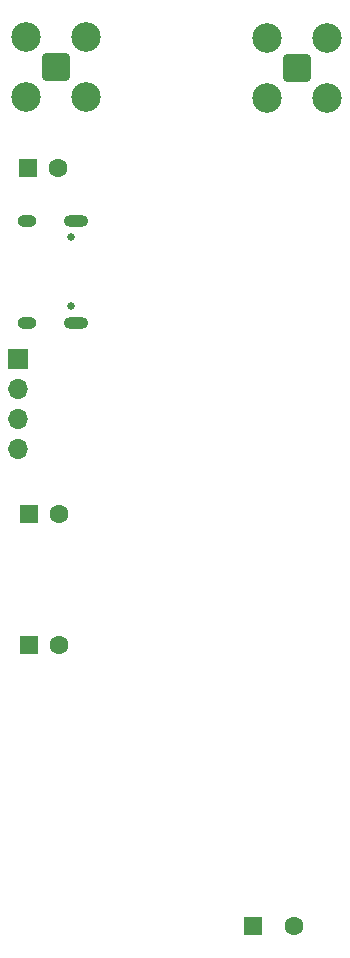
<source format=gbr>
%TF.GenerationSoftware,KiCad,Pcbnew,(6.99.0-1665-g4ee6cfe5b6)*%
%TF.CreationDate,2022-06-28T13:02:27+08:00*%
%TF.ProjectId,NoiseAmplifyingProbe,4e6f6973-6541-46d7-906c-696679696e67,rev?*%
%TF.SameCoordinates,Original*%
%TF.FileFunction,Soldermask,Bot*%
%TF.FilePolarity,Negative*%
%FSLAX46Y46*%
G04 Gerber Fmt 4.6, Leading zero omitted, Abs format (unit mm)*
G04 Created by KiCad (PCBNEW (6.99.0-1665-g4ee6cfe5b6)) date 2022-06-28 13:02:27*
%MOMM*%
%LPD*%
G01*
G04 APERTURE LIST*
G04 Aperture macros list*
%AMRoundRect*
0 Rectangle with rounded corners*
0 $1 Rounding radius*
0 $2 $3 $4 $5 $6 $7 $8 $9 X,Y pos of 4 corners*
0 Add a 4 corners polygon primitive as box body*
4,1,4,$2,$3,$4,$5,$6,$7,$8,$9,$2,$3,0*
0 Add four circle primitives for the rounded corners*
1,1,$1+$1,$2,$3*
1,1,$1+$1,$4,$5*
1,1,$1+$1,$6,$7*
1,1,$1+$1,$8,$9*
0 Add four rect primitives between the rounded corners*
20,1,$1+$1,$2,$3,$4,$5,0*
20,1,$1+$1,$4,$5,$6,$7,0*
20,1,$1+$1,$6,$7,$8,$9,0*
20,1,$1+$1,$8,$9,$2,$3,0*%
G04 Aperture macros list end*
%ADD10R,1.600000X1.600000*%
%ADD11C,1.600000*%
%ADD12C,0.650000*%
%ADD13O,2.100000X1.000000*%
%ADD14O,1.600000X1.000000*%
%ADD15R,1.700000X1.700000*%
%ADD16O,1.700000X1.700000*%
%ADD17RoundRect,0.200100X-0.949900X-0.949900X0.949900X-0.949900X0.949900X0.949900X-0.949900X0.949900X0*%
%ADD18C,2.500000*%
G04 APERTURE END LIST*
D10*
%TO.C,C3*%
X132517620Y-92099999D03*
D11*
X135017621Y-92100000D03*
%TD*%
D12*
%TO.C,J1*%
X136020000Y-68710000D03*
X136020000Y-74490000D03*
D13*
X136519999Y-67279999D03*
D14*
X132339999Y-67279999D03*
D13*
X136519999Y-75919999D03*
D14*
X132339999Y-75919999D03*
%TD*%
D10*
%TO.C,C11*%
X132539999Y-103199999D03*
D11*
X135040000Y-103200000D03*
%TD*%
D10*
%TO.C,C2*%
X132417620Y-62799999D03*
D11*
X134917621Y-62800000D03*
%TD*%
D15*
%TO.C,J2*%
X131599999Y-78999999D03*
D16*
X131599999Y-81539999D03*
X131599999Y-84079999D03*
X131599999Y-86619999D03*
%TD*%
D17*
%TO.C,J3*%
X155200000Y-54350000D03*
D18*
X152660000Y-51810000D03*
X152660000Y-56890000D03*
X157740000Y-51810000D03*
X157740000Y-56890000D03*
%TD*%
D17*
%TO.C,J4*%
X134800000Y-54290000D03*
D18*
X132260000Y-51750000D03*
X132260000Y-56830000D03*
X137340000Y-51750000D03*
X137340000Y-56830000D03*
%TD*%
D10*
%TO.C,C1*%
X151459999Y-126979999D03*
D11*
X154960000Y-126980000D03*
%TD*%
M02*

</source>
